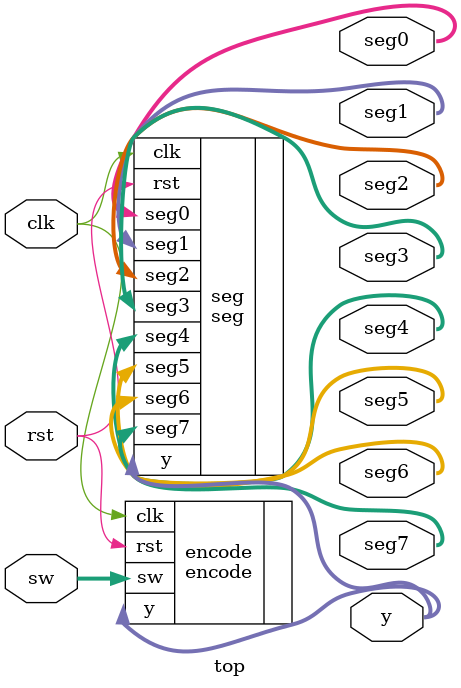
<source format=v>
module top(
		input clk,
		input rst,
		input [8:0]sw,
		output [2:0]y,
		output [7:0]seg0,
		output [7:0]seg1,
		output [7:0]seg2,
		output [7:0]seg3,
		output [7:0]seg4,
		output [7:0]seg5,
		output [7:0]seg6,
		output [7:0]seg7
);
	encode encode(
					.clk(clk),
					.rst(rst),
					.sw(sw),
					.y(y)
	);
	seg seg(
					.clk(clk),
					.rst(rst),
					.y(y),
					.seg0(seg0),
					.seg1(seg1),
					.seg2(seg2),
					.seg3(seg3),
					.seg4(seg4),
					.seg5(seg5),
					.seg6(seg6),
					.seg7(seg7)
	);
	endmodule

</source>
